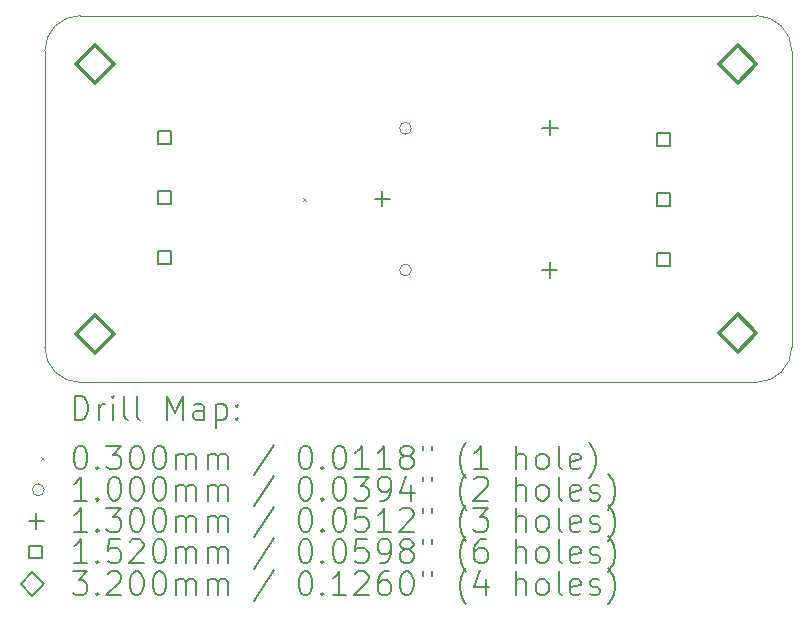
<source format=gbr>
%TF.GenerationSoftware,KiCad,Pcbnew,7.0.10*%
%TF.CreationDate,2025-11-30T12:43:47-05:00*%
%TF.ProjectId,Relay_Helo,52656c61-795f-4486-956c-6f2e6b696361,rev?*%
%TF.SameCoordinates,Original*%
%TF.FileFunction,Drillmap*%
%TF.FilePolarity,Positive*%
%FSLAX45Y45*%
G04 Gerber Fmt 4.5, Leading zero omitted, Abs format (unit mm)*
G04 Created by KiCad (PCBNEW 7.0.10) date 2025-11-30 12:43:47*
%MOMM*%
%LPD*%
G01*
G04 APERTURE LIST*
%ADD10C,0.100000*%
%ADD11C,0.200000*%
%ADD12C,0.130000*%
%ADD13C,0.152000*%
%ADD14C,0.320000*%
G04 APERTURE END LIST*
D10*
X17397000Y-9107000D02*
X11672000Y-9107000D01*
X17697000Y-6301000D02*
G75*
G03*
X17397000Y-6001000I-300000J0D01*
G01*
X17697000Y-6301000D02*
X17697000Y-8807000D01*
X11372000Y-8807000D02*
X11372000Y-6301000D01*
X11672000Y-6001000D02*
G75*
G03*
X11372000Y-6301000I0J-300000D01*
G01*
X17397000Y-9107000D02*
G75*
G03*
X17697000Y-8807000I0J300000D01*
G01*
X11372000Y-8807000D02*
G75*
G03*
X11672000Y-9107000I300000J0D01*
G01*
X11672000Y-6001000D02*
X17397000Y-6001000D01*
D11*
D10*
X13556000Y-7545000D02*
X13586000Y-7575000D01*
X13586000Y-7545000D02*
X13556000Y-7575000D01*
X14476000Y-6956000D02*
G75*
G03*
X14376000Y-6956000I-50000J0D01*
G01*
X14376000Y-6956000D02*
G75*
G03*
X14476000Y-6956000I50000J0D01*
G01*
X14476000Y-8156000D02*
G75*
G03*
X14376000Y-8156000I-50000J0D01*
G01*
X14376000Y-8156000D02*
G75*
G03*
X14476000Y-8156000I50000J0D01*
G01*
D12*
X14231000Y-7486000D02*
X14231000Y-7616000D01*
X14166000Y-7551000D02*
X14296000Y-7551000D01*
X15646000Y-8091000D02*
X15646000Y-8221000D01*
X15581000Y-8156000D02*
X15711000Y-8156000D01*
X15651000Y-6886000D02*
X15651000Y-7016000D01*
X15586000Y-6951000D02*
X15716000Y-6951000D01*
D13*
X12437741Y-7086741D02*
X12437741Y-6979259D01*
X12330259Y-6979259D01*
X12330259Y-7086741D01*
X12437741Y-7086741D01*
X12437741Y-7594741D02*
X12437741Y-7487259D01*
X12330259Y-7487259D01*
X12330259Y-7594741D01*
X12437741Y-7594741D01*
X12437741Y-8102741D02*
X12437741Y-7995259D01*
X12330259Y-7995259D01*
X12330259Y-8102741D01*
X12437741Y-8102741D01*
X16662741Y-7102741D02*
X16662741Y-6995259D01*
X16555259Y-6995259D01*
X16555259Y-7102741D01*
X16662741Y-7102741D01*
X16662741Y-7610741D02*
X16662741Y-7503259D01*
X16555259Y-7503259D01*
X16555259Y-7610741D01*
X16662741Y-7610741D01*
X16662741Y-8118741D02*
X16662741Y-8011259D01*
X16555259Y-8011259D01*
X16555259Y-8118741D01*
X16662741Y-8118741D01*
D14*
X11800000Y-6570000D02*
X11960000Y-6410000D01*
X11800000Y-6250000D01*
X11640000Y-6410000D01*
X11800000Y-6570000D01*
X11800000Y-8860000D02*
X11960000Y-8700000D01*
X11800000Y-8540000D01*
X11640000Y-8700000D01*
X11800000Y-8860000D01*
X17238000Y-6570000D02*
X17398000Y-6410000D01*
X17238000Y-6250000D01*
X17078000Y-6410000D01*
X17238000Y-6570000D01*
X17238000Y-8846000D02*
X17398000Y-8686000D01*
X17238000Y-8526000D01*
X17078000Y-8686000D01*
X17238000Y-8846000D01*
D11*
X11627777Y-9423484D02*
X11627777Y-9223484D01*
X11627777Y-9223484D02*
X11675396Y-9223484D01*
X11675396Y-9223484D02*
X11703967Y-9233008D01*
X11703967Y-9233008D02*
X11723015Y-9252055D01*
X11723015Y-9252055D02*
X11732539Y-9271103D01*
X11732539Y-9271103D02*
X11742062Y-9309198D01*
X11742062Y-9309198D02*
X11742062Y-9337770D01*
X11742062Y-9337770D02*
X11732539Y-9375865D01*
X11732539Y-9375865D02*
X11723015Y-9394912D01*
X11723015Y-9394912D02*
X11703967Y-9413960D01*
X11703967Y-9413960D02*
X11675396Y-9423484D01*
X11675396Y-9423484D02*
X11627777Y-9423484D01*
X11827777Y-9423484D02*
X11827777Y-9290150D01*
X11827777Y-9328246D02*
X11837301Y-9309198D01*
X11837301Y-9309198D02*
X11846824Y-9299674D01*
X11846824Y-9299674D02*
X11865872Y-9290150D01*
X11865872Y-9290150D02*
X11884920Y-9290150D01*
X11951586Y-9423484D02*
X11951586Y-9290150D01*
X11951586Y-9223484D02*
X11942062Y-9233008D01*
X11942062Y-9233008D02*
X11951586Y-9242531D01*
X11951586Y-9242531D02*
X11961110Y-9233008D01*
X11961110Y-9233008D02*
X11951586Y-9223484D01*
X11951586Y-9223484D02*
X11951586Y-9242531D01*
X12075396Y-9423484D02*
X12056348Y-9413960D01*
X12056348Y-9413960D02*
X12046824Y-9394912D01*
X12046824Y-9394912D02*
X12046824Y-9223484D01*
X12180158Y-9423484D02*
X12161110Y-9413960D01*
X12161110Y-9413960D02*
X12151586Y-9394912D01*
X12151586Y-9394912D02*
X12151586Y-9223484D01*
X12408729Y-9423484D02*
X12408729Y-9223484D01*
X12408729Y-9223484D02*
X12475396Y-9366341D01*
X12475396Y-9366341D02*
X12542062Y-9223484D01*
X12542062Y-9223484D02*
X12542062Y-9423484D01*
X12723015Y-9423484D02*
X12723015Y-9318722D01*
X12723015Y-9318722D02*
X12713491Y-9299674D01*
X12713491Y-9299674D02*
X12694443Y-9290150D01*
X12694443Y-9290150D02*
X12656348Y-9290150D01*
X12656348Y-9290150D02*
X12637301Y-9299674D01*
X12723015Y-9413960D02*
X12703967Y-9423484D01*
X12703967Y-9423484D02*
X12656348Y-9423484D01*
X12656348Y-9423484D02*
X12637301Y-9413960D01*
X12637301Y-9413960D02*
X12627777Y-9394912D01*
X12627777Y-9394912D02*
X12627777Y-9375865D01*
X12627777Y-9375865D02*
X12637301Y-9356817D01*
X12637301Y-9356817D02*
X12656348Y-9347293D01*
X12656348Y-9347293D02*
X12703967Y-9347293D01*
X12703967Y-9347293D02*
X12723015Y-9337770D01*
X12818253Y-9290150D02*
X12818253Y-9490150D01*
X12818253Y-9299674D02*
X12837301Y-9290150D01*
X12837301Y-9290150D02*
X12875396Y-9290150D01*
X12875396Y-9290150D02*
X12894443Y-9299674D01*
X12894443Y-9299674D02*
X12903967Y-9309198D01*
X12903967Y-9309198D02*
X12913491Y-9328246D01*
X12913491Y-9328246D02*
X12913491Y-9385389D01*
X12913491Y-9385389D02*
X12903967Y-9404436D01*
X12903967Y-9404436D02*
X12894443Y-9413960D01*
X12894443Y-9413960D02*
X12875396Y-9423484D01*
X12875396Y-9423484D02*
X12837301Y-9423484D01*
X12837301Y-9423484D02*
X12818253Y-9413960D01*
X12999205Y-9404436D02*
X13008729Y-9413960D01*
X13008729Y-9413960D02*
X12999205Y-9423484D01*
X12999205Y-9423484D02*
X12989682Y-9413960D01*
X12989682Y-9413960D02*
X12999205Y-9404436D01*
X12999205Y-9404436D02*
X12999205Y-9423484D01*
X12999205Y-9299674D02*
X13008729Y-9309198D01*
X13008729Y-9309198D02*
X12999205Y-9318722D01*
X12999205Y-9318722D02*
X12989682Y-9309198D01*
X12989682Y-9309198D02*
X12999205Y-9299674D01*
X12999205Y-9299674D02*
X12999205Y-9318722D01*
D10*
X11337000Y-9737000D02*
X11367000Y-9767000D01*
X11367000Y-9737000D02*
X11337000Y-9767000D01*
D11*
X11665872Y-9643484D02*
X11684920Y-9643484D01*
X11684920Y-9643484D02*
X11703967Y-9653008D01*
X11703967Y-9653008D02*
X11713491Y-9662531D01*
X11713491Y-9662531D02*
X11723015Y-9681579D01*
X11723015Y-9681579D02*
X11732539Y-9719674D01*
X11732539Y-9719674D02*
X11732539Y-9767293D01*
X11732539Y-9767293D02*
X11723015Y-9805389D01*
X11723015Y-9805389D02*
X11713491Y-9824436D01*
X11713491Y-9824436D02*
X11703967Y-9833960D01*
X11703967Y-9833960D02*
X11684920Y-9843484D01*
X11684920Y-9843484D02*
X11665872Y-9843484D01*
X11665872Y-9843484D02*
X11646824Y-9833960D01*
X11646824Y-9833960D02*
X11637301Y-9824436D01*
X11637301Y-9824436D02*
X11627777Y-9805389D01*
X11627777Y-9805389D02*
X11618253Y-9767293D01*
X11618253Y-9767293D02*
X11618253Y-9719674D01*
X11618253Y-9719674D02*
X11627777Y-9681579D01*
X11627777Y-9681579D02*
X11637301Y-9662531D01*
X11637301Y-9662531D02*
X11646824Y-9653008D01*
X11646824Y-9653008D02*
X11665872Y-9643484D01*
X11818253Y-9824436D02*
X11827777Y-9833960D01*
X11827777Y-9833960D02*
X11818253Y-9843484D01*
X11818253Y-9843484D02*
X11808729Y-9833960D01*
X11808729Y-9833960D02*
X11818253Y-9824436D01*
X11818253Y-9824436D02*
X11818253Y-9843484D01*
X11894443Y-9643484D02*
X12018253Y-9643484D01*
X12018253Y-9643484D02*
X11951586Y-9719674D01*
X11951586Y-9719674D02*
X11980158Y-9719674D01*
X11980158Y-9719674D02*
X11999205Y-9729198D01*
X11999205Y-9729198D02*
X12008729Y-9738722D01*
X12008729Y-9738722D02*
X12018253Y-9757770D01*
X12018253Y-9757770D02*
X12018253Y-9805389D01*
X12018253Y-9805389D02*
X12008729Y-9824436D01*
X12008729Y-9824436D02*
X11999205Y-9833960D01*
X11999205Y-9833960D02*
X11980158Y-9843484D01*
X11980158Y-9843484D02*
X11923015Y-9843484D01*
X11923015Y-9843484D02*
X11903967Y-9833960D01*
X11903967Y-9833960D02*
X11894443Y-9824436D01*
X12142062Y-9643484D02*
X12161110Y-9643484D01*
X12161110Y-9643484D02*
X12180158Y-9653008D01*
X12180158Y-9653008D02*
X12189682Y-9662531D01*
X12189682Y-9662531D02*
X12199205Y-9681579D01*
X12199205Y-9681579D02*
X12208729Y-9719674D01*
X12208729Y-9719674D02*
X12208729Y-9767293D01*
X12208729Y-9767293D02*
X12199205Y-9805389D01*
X12199205Y-9805389D02*
X12189682Y-9824436D01*
X12189682Y-9824436D02*
X12180158Y-9833960D01*
X12180158Y-9833960D02*
X12161110Y-9843484D01*
X12161110Y-9843484D02*
X12142062Y-9843484D01*
X12142062Y-9843484D02*
X12123015Y-9833960D01*
X12123015Y-9833960D02*
X12113491Y-9824436D01*
X12113491Y-9824436D02*
X12103967Y-9805389D01*
X12103967Y-9805389D02*
X12094443Y-9767293D01*
X12094443Y-9767293D02*
X12094443Y-9719674D01*
X12094443Y-9719674D02*
X12103967Y-9681579D01*
X12103967Y-9681579D02*
X12113491Y-9662531D01*
X12113491Y-9662531D02*
X12123015Y-9653008D01*
X12123015Y-9653008D02*
X12142062Y-9643484D01*
X12332539Y-9643484D02*
X12351586Y-9643484D01*
X12351586Y-9643484D02*
X12370634Y-9653008D01*
X12370634Y-9653008D02*
X12380158Y-9662531D01*
X12380158Y-9662531D02*
X12389682Y-9681579D01*
X12389682Y-9681579D02*
X12399205Y-9719674D01*
X12399205Y-9719674D02*
X12399205Y-9767293D01*
X12399205Y-9767293D02*
X12389682Y-9805389D01*
X12389682Y-9805389D02*
X12380158Y-9824436D01*
X12380158Y-9824436D02*
X12370634Y-9833960D01*
X12370634Y-9833960D02*
X12351586Y-9843484D01*
X12351586Y-9843484D02*
X12332539Y-9843484D01*
X12332539Y-9843484D02*
X12313491Y-9833960D01*
X12313491Y-9833960D02*
X12303967Y-9824436D01*
X12303967Y-9824436D02*
X12294443Y-9805389D01*
X12294443Y-9805389D02*
X12284920Y-9767293D01*
X12284920Y-9767293D02*
X12284920Y-9719674D01*
X12284920Y-9719674D02*
X12294443Y-9681579D01*
X12294443Y-9681579D02*
X12303967Y-9662531D01*
X12303967Y-9662531D02*
X12313491Y-9653008D01*
X12313491Y-9653008D02*
X12332539Y-9643484D01*
X12484920Y-9843484D02*
X12484920Y-9710150D01*
X12484920Y-9729198D02*
X12494443Y-9719674D01*
X12494443Y-9719674D02*
X12513491Y-9710150D01*
X12513491Y-9710150D02*
X12542063Y-9710150D01*
X12542063Y-9710150D02*
X12561110Y-9719674D01*
X12561110Y-9719674D02*
X12570634Y-9738722D01*
X12570634Y-9738722D02*
X12570634Y-9843484D01*
X12570634Y-9738722D02*
X12580158Y-9719674D01*
X12580158Y-9719674D02*
X12599205Y-9710150D01*
X12599205Y-9710150D02*
X12627777Y-9710150D01*
X12627777Y-9710150D02*
X12646824Y-9719674D01*
X12646824Y-9719674D02*
X12656348Y-9738722D01*
X12656348Y-9738722D02*
X12656348Y-9843484D01*
X12751586Y-9843484D02*
X12751586Y-9710150D01*
X12751586Y-9729198D02*
X12761110Y-9719674D01*
X12761110Y-9719674D02*
X12780158Y-9710150D01*
X12780158Y-9710150D02*
X12808729Y-9710150D01*
X12808729Y-9710150D02*
X12827777Y-9719674D01*
X12827777Y-9719674D02*
X12837301Y-9738722D01*
X12837301Y-9738722D02*
X12837301Y-9843484D01*
X12837301Y-9738722D02*
X12846824Y-9719674D01*
X12846824Y-9719674D02*
X12865872Y-9710150D01*
X12865872Y-9710150D02*
X12894443Y-9710150D01*
X12894443Y-9710150D02*
X12913491Y-9719674D01*
X12913491Y-9719674D02*
X12923015Y-9738722D01*
X12923015Y-9738722D02*
X12923015Y-9843484D01*
X13313491Y-9633960D02*
X13142063Y-9891103D01*
X13570634Y-9643484D02*
X13589682Y-9643484D01*
X13589682Y-9643484D02*
X13608729Y-9653008D01*
X13608729Y-9653008D02*
X13618253Y-9662531D01*
X13618253Y-9662531D02*
X13627777Y-9681579D01*
X13627777Y-9681579D02*
X13637301Y-9719674D01*
X13637301Y-9719674D02*
X13637301Y-9767293D01*
X13637301Y-9767293D02*
X13627777Y-9805389D01*
X13627777Y-9805389D02*
X13618253Y-9824436D01*
X13618253Y-9824436D02*
X13608729Y-9833960D01*
X13608729Y-9833960D02*
X13589682Y-9843484D01*
X13589682Y-9843484D02*
X13570634Y-9843484D01*
X13570634Y-9843484D02*
X13551586Y-9833960D01*
X13551586Y-9833960D02*
X13542063Y-9824436D01*
X13542063Y-9824436D02*
X13532539Y-9805389D01*
X13532539Y-9805389D02*
X13523015Y-9767293D01*
X13523015Y-9767293D02*
X13523015Y-9719674D01*
X13523015Y-9719674D02*
X13532539Y-9681579D01*
X13532539Y-9681579D02*
X13542063Y-9662531D01*
X13542063Y-9662531D02*
X13551586Y-9653008D01*
X13551586Y-9653008D02*
X13570634Y-9643484D01*
X13723015Y-9824436D02*
X13732539Y-9833960D01*
X13732539Y-9833960D02*
X13723015Y-9843484D01*
X13723015Y-9843484D02*
X13713491Y-9833960D01*
X13713491Y-9833960D02*
X13723015Y-9824436D01*
X13723015Y-9824436D02*
X13723015Y-9843484D01*
X13856348Y-9643484D02*
X13875396Y-9643484D01*
X13875396Y-9643484D02*
X13894444Y-9653008D01*
X13894444Y-9653008D02*
X13903967Y-9662531D01*
X13903967Y-9662531D02*
X13913491Y-9681579D01*
X13913491Y-9681579D02*
X13923015Y-9719674D01*
X13923015Y-9719674D02*
X13923015Y-9767293D01*
X13923015Y-9767293D02*
X13913491Y-9805389D01*
X13913491Y-9805389D02*
X13903967Y-9824436D01*
X13903967Y-9824436D02*
X13894444Y-9833960D01*
X13894444Y-9833960D02*
X13875396Y-9843484D01*
X13875396Y-9843484D02*
X13856348Y-9843484D01*
X13856348Y-9843484D02*
X13837301Y-9833960D01*
X13837301Y-9833960D02*
X13827777Y-9824436D01*
X13827777Y-9824436D02*
X13818253Y-9805389D01*
X13818253Y-9805389D02*
X13808729Y-9767293D01*
X13808729Y-9767293D02*
X13808729Y-9719674D01*
X13808729Y-9719674D02*
X13818253Y-9681579D01*
X13818253Y-9681579D02*
X13827777Y-9662531D01*
X13827777Y-9662531D02*
X13837301Y-9653008D01*
X13837301Y-9653008D02*
X13856348Y-9643484D01*
X14113491Y-9843484D02*
X13999206Y-9843484D01*
X14056348Y-9843484D02*
X14056348Y-9643484D01*
X14056348Y-9643484D02*
X14037301Y-9672055D01*
X14037301Y-9672055D02*
X14018253Y-9691103D01*
X14018253Y-9691103D02*
X13999206Y-9700627D01*
X14303967Y-9843484D02*
X14189682Y-9843484D01*
X14246825Y-9843484D02*
X14246825Y-9643484D01*
X14246825Y-9643484D02*
X14227777Y-9672055D01*
X14227777Y-9672055D02*
X14208729Y-9691103D01*
X14208729Y-9691103D02*
X14189682Y-9700627D01*
X14418253Y-9729198D02*
X14399206Y-9719674D01*
X14399206Y-9719674D02*
X14389682Y-9710150D01*
X14389682Y-9710150D02*
X14380158Y-9691103D01*
X14380158Y-9691103D02*
X14380158Y-9681579D01*
X14380158Y-9681579D02*
X14389682Y-9662531D01*
X14389682Y-9662531D02*
X14399206Y-9653008D01*
X14399206Y-9653008D02*
X14418253Y-9643484D01*
X14418253Y-9643484D02*
X14456348Y-9643484D01*
X14456348Y-9643484D02*
X14475396Y-9653008D01*
X14475396Y-9653008D02*
X14484920Y-9662531D01*
X14484920Y-9662531D02*
X14494444Y-9681579D01*
X14494444Y-9681579D02*
X14494444Y-9691103D01*
X14494444Y-9691103D02*
X14484920Y-9710150D01*
X14484920Y-9710150D02*
X14475396Y-9719674D01*
X14475396Y-9719674D02*
X14456348Y-9729198D01*
X14456348Y-9729198D02*
X14418253Y-9729198D01*
X14418253Y-9729198D02*
X14399206Y-9738722D01*
X14399206Y-9738722D02*
X14389682Y-9748246D01*
X14389682Y-9748246D02*
X14380158Y-9767293D01*
X14380158Y-9767293D02*
X14380158Y-9805389D01*
X14380158Y-9805389D02*
X14389682Y-9824436D01*
X14389682Y-9824436D02*
X14399206Y-9833960D01*
X14399206Y-9833960D02*
X14418253Y-9843484D01*
X14418253Y-9843484D02*
X14456348Y-9843484D01*
X14456348Y-9843484D02*
X14475396Y-9833960D01*
X14475396Y-9833960D02*
X14484920Y-9824436D01*
X14484920Y-9824436D02*
X14494444Y-9805389D01*
X14494444Y-9805389D02*
X14494444Y-9767293D01*
X14494444Y-9767293D02*
X14484920Y-9748246D01*
X14484920Y-9748246D02*
X14475396Y-9738722D01*
X14475396Y-9738722D02*
X14456348Y-9729198D01*
X14570634Y-9643484D02*
X14570634Y-9681579D01*
X14646825Y-9643484D02*
X14646825Y-9681579D01*
X14942063Y-9919674D02*
X14932539Y-9910150D01*
X14932539Y-9910150D02*
X14913491Y-9881579D01*
X14913491Y-9881579D02*
X14903968Y-9862531D01*
X14903968Y-9862531D02*
X14894444Y-9833960D01*
X14894444Y-9833960D02*
X14884920Y-9786341D01*
X14884920Y-9786341D02*
X14884920Y-9748246D01*
X14884920Y-9748246D02*
X14894444Y-9700627D01*
X14894444Y-9700627D02*
X14903968Y-9672055D01*
X14903968Y-9672055D02*
X14913491Y-9653008D01*
X14913491Y-9653008D02*
X14932539Y-9624436D01*
X14932539Y-9624436D02*
X14942063Y-9614912D01*
X15123015Y-9843484D02*
X15008729Y-9843484D01*
X15065872Y-9843484D02*
X15065872Y-9643484D01*
X15065872Y-9643484D02*
X15046825Y-9672055D01*
X15046825Y-9672055D02*
X15027777Y-9691103D01*
X15027777Y-9691103D02*
X15008729Y-9700627D01*
X15361110Y-9843484D02*
X15361110Y-9643484D01*
X15446825Y-9843484D02*
X15446825Y-9738722D01*
X15446825Y-9738722D02*
X15437301Y-9719674D01*
X15437301Y-9719674D02*
X15418253Y-9710150D01*
X15418253Y-9710150D02*
X15389682Y-9710150D01*
X15389682Y-9710150D02*
X15370634Y-9719674D01*
X15370634Y-9719674D02*
X15361110Y-9729198D01*
X15570634Y-9843484D02*
X15551587Y-9833960D01*
X15551587Y-9833960D02*
X15542063Y-9824436D01*
X15542063Y-9824436D02*
X15532539Y-9805389D01*
X15532539Y-9805389D02*
X15532539Y-9748246D01*
X15532539Y-9748246D02*
X15542063Y-9729198D01*
X15542063Y-9729198D02*
X15551587Y-9719674D01*
X15551587Y-9719674D02*
X15570634Y-9710150D01*
X15570634Y-9710150D02*
X15599206Y-9710150D01*
X15599206Y-9710150D02*
X15618253Y-9719674D01*
X15618253Y-9719674D02*
X15627777Y-9729198D01*
X15627777Y-9729198D02*
X15637301Y-9748246D01*
X15637301Y-9748246D02*
X15637301Y-9805389D01*
X15637301Y-9805389D02*
X15627777Y-9824436D01*
X15627777Y-9824436D02*
X15618253Y-9833960D01*
X15618253Y-9833960D02*
X15599206Y-9843484D01*
X15599206Y-9843484D02*
X15570634Y-9843484D01*
X15751587Y-9843484D02*
X15732539Y-9833960D01*
X15732539Y-9833960D02*
X15723015Y-9814912D01*
X15723015Y-9814912D02*
X15723015Y-9643484D01*
X15903968Y-9833960D02*
X15884920Y-9843484D01*
X15884920Y-9843484D02*
X15846825Y-9843484D01*
X15846825Y-9843484D02*
X15827777Y-9833960D01*
X15827777Y-9833960D02*
X15818253Y-9814912D01*
X15818253Y-9814912D02*
X15818253Y-9738722D01*
X15818253Y-9738722D02*
X15827777Y-9719674D01*
X15827777Y-9719674D02*
X15846825Y-9710150D01*
X15846825Y-9710150D02*
X15884920Y-9710150D01*
X15884920Y-9710150D02*
X15903968Y-9719674D01*
X15903968Y-9719674D02*
X15913491Y-9738722D01*
X15913491Y-9738722D02*
X15913491Y-9757770D01*
X15913491Y-9757770D02*
X15818253Y-9776817D01*
X15980158Y-9919674D02*
X15989682Y-9910150D01*
X15989682Y-9910150D02*
X16008730Y-9881579D01*
X16008730Y-9881579D02*
X16018253Y-9862531D01*
X16018253Y-9862531D02*
X16027777Y-9833960D01*
X16027777Y-9833960D02*
X16037301Y-9786341D01*
X16037301Y-9786341D02*
X16037301Y-9748246D01*
X16037301Y-9748246D02*
X16027777Y-9700627D01*
X16027777Y-9700627D02*
X16018253Y-9672055D01*
X16018253Y-9672055D02*
X16008730Y-9653008D01*
X16008730Y-9653008D02*
X15989682Y-9624436D01*
X15989682Y-9624436D02*
X15980158Y-9614912D01*
D10*
X11367000Y-10016000D02*
G75*
G03*
X11267000Y-10016000I-50000J0D01*
G01*
X11267000Y-10016000D02*
G75*
G03*
X11367000Y-10016000I50000J0D01*
G01*
D11*
X11732539Y-10107484D02*
X11618253Y-10107484D01*
X11675396Y-10107484D02*
X11675396Y-9907484D01*
X11675396Y-9907484D02*
X11656348Y-9936055D01*
X11656348Y-9936055D02*
X11637301Y-9955103D01*
X11637301Y-9955103D02*
X11618253Y-9964627D01*
X11818253Y-10088436D02*
X11827777Y-10097960D01*
X11827777Y-10097960D02*
X11818253Y-10107484D01*
X11818253Y-10107484D02*
X11808729Y-10097960D01*
X11808729Y-10097960D02*
X11818253Y-10088436D01*
X11818253Y-10088436D02*
X11818253Y-10107484D01*
X11951586Y-9907484D02*
X11970634Y-9907484D01*
X11970634Y-9907484D02*
X11989682Y-9917008D01*
X11989682Y-9917008D02*
X11999205Y-9926531D01*
X11999205Y-9926531D02*
X12008729Y-9945579D01*
X12008729Y-9945579D02*
X12018253Y-9983674D01*
X12018253Y-9983674D02*
X12018253Y-10031293D01*
X12018253Y-10031293D02*
X12008729Y-10069389D01*
X12008729Y-10069389D02*
X11999205Y-10088436D01*
X11999205Y-10088436D02*
X11989682Y-10097960D01*
X11989682Y-10097960D02*
X11970634Y-10107484D01*
X11970634Y-10107484D02*
X11951586Y-10107484D01*
X11951586Y-10107484D02*
X11932539Y-10097960D01*
X11932539Y-10097960D02*
X11923015Y-10088436D01*
X11923015Y-10088436D02*
X11913491Y-10069389D01*
X11913491Y-10069389D02*
X11903967Y-10031293D01*
X11903967Y-10031293D02*
X11903967Y-9983674D01*
X11903967Y-9983674D02*
X11913491Y-9945579D01*
X11913491Y-9945579D02*
X11923015Y-9926531D01*
X11923015Y-9926531D02*
X11932539Y-9917008D01*
X11932539Y-9917008D02*
X11951586Y-9907484D01*
X12142062Y-9907484D02*
X12161110Y-9907484D01*
X12161110Y-9907484D02*
X12180158Y-9917008D01*
X12180158Y-9917008D02*
X12189682Y-9926531D01*
X12189682Y-9926531D02*
X12199205Y-9945579D01*
X12199205Y-9945579D02*
X12208729Y-9983674D01*
X12208729Y-9983674D02*
X12208729Y-10031293D01*
X12208729Y-10031293D02*
X12199205Y-10069389D01*
X12199205Y-10069389D02*
X12189682Y-10088436D01*
X12189682Y-10088436D02*
X12180158Y-10097960D01*
X12180158Y-10097960D02*
X12161110Y-10107484D01*
X12161110Y-10107484D02*
X12142062Y-10107484D01*
X12142062Y-10107484D02*
X12123015Y-10097960D01*
X12123015Y-10097960D02*
X12113491Y-10088436D01*
X12113491Y-10088436D02*
X12103967Y-10069389D01*
X12103967Y-10069389D02*
X12094443Y-10031293D01*
X12094443Y-10031293D02*
X12094443Y-9983674D01*
X12094443Y-9983674D02*
X12103967Y-9945579D01*
X12103967Y-9945579D02*
X12113491Y-9926531D01*
X12113491Y-9926531D02*
X12123015Y-9917008D01*
X12123015Y-9917008D02*
X12142062Y-9907484D01*
X12332539Y-9907484D02*
X12351586Y-9907484D01*
X12351586Y-9907484D02*
X12370634Y-9917008D01*
X12370634Y-9917008D02*
X12380158Y-9926531D01*
X12380158Y-9926531D02*
X12389682Y-9945579D01*
X12389682Y-9945579D02*
X12399205Y-9983674D01*
X12399205Y-9983674D02*
X12399205Y-10031293D01*
X12399205Y-10031293D02*
X12389682Y-10069389D01*
X12389682Y-10069389D02*
X12380158Y-10088436D01*
X12380158Y-10088436D02*
X12370634Y-10097960D01*
X12370634Y-10097960D02*
X12351586Y-10107484D01*
X12351586Y-10107484D02*
X12332539Y-10107484D01*
X12332539Y-10107484D02*
X12313491Y-10097960D01*
X12313491Y-10097960D02*
X12303967Y-10088436D01*
X12303967Y-10088436D02*
X12294443Y-10069389D01*
X12294443Y-10069389D02*
X12284920Y-10031293D01*
X12284920Y-10031293D02*
X12284920Y-9983674D01*
X12284920Y-9983674D02*
X12294443Y-9945579D01*
X12294443Y-9945579D02*
X12303967Y-9926531D01*
X12303967Y-9926531D02*
X12313491Y-9917008D01*
X12313491Y-9917008D02*
X12332539Y-9907484D01*
X12484920Y-10107484D02*
X12484920Y-9974150D01*
X12484920Y-9993198D02*
X12494443Y-9983674D01*
X12494443Y-9983674D02*
X12513491Y-9974150D01*
X12513491Y-9974150D02*
X12542063Y-9974150D01*
X12542063Y-9974150D02*
X12561110Y-9983674D01*
X12561110Y-9983674D02*
X12570634Y-10002722D01*
X12570634Y-10002722D02*
X12570634Y-10107484D01*
X12570634Y-10002722D02*
X12580158Y-9983674D01*
X12580158Y-9983674D02*
X12599205Y-9974150D01*
X12599205Y-9974150D02*
X12627777Y-9974150D01*
X12627777Y-9974150D02*
X12646824Y-9983674D01*
X12646824Y-9983674D02*
X12656348Y-10002722D01*
X12656348Y-10002722D02*
X12656348Y-10107484D01*
X12751586Y-10107484D02*
X12751586Y-9974150D01*
X12751586Y-9993198D02*
X12761110Y-9983674D01*
X12761110Y-9983674D02*
X12780158Y-9974150D01*
X12780158Y-9974150D02*
X12808729Y-9974150D01*
X12808729Y-9974150D02*
X12827777Y-9983674D01*
X12827777Y-9983674D02*
X12837301Y-10002722D01*
X12837301Y-10002722D02*
X12837301Y-10107484D01*
X12837301Y-10002722D02*
X12846824Y-9983674D01*
X12846824Y-9983674D02*
X12865872Y-9974150D01*
X12865872Y-9974150D02*
X12894443Y-9974150D01*
X12894443Y-9974150D02*
X12913491Y-9983674D01*
X12913491Y-9983674D02*
X12923015Y-10002722D01*
X12923015Y-10002722D02*
X12923015Y-10107484D01*
X13313491Y-9897960D02*
X13142063Y-10155103D01*
X13570634Y-9907484D02*
X13589682Y-9907484D01*
X13589682Y-9907484D02*
X13608729Y-9917008D01*
X13608729Y-9917008D02*
X13618253Y-9926531D01*
X13618253Y-9926531D02*
X13627777Y-9945579D01*
X13627777Y-9945579D02*
X13637301Y-9983674D01*
X13637301Y-9983674D02*
X13637301Y-10031293D01*
X13637301Y-10031293D02*
X13627777Y-10069389D01*
X13627777Y-10069389D02*
X13618253Y-10088436D01*
X13618253Y-10088436D02*
X13608729Y-10097960D01*
X13608729Y-10097960D02*
X13589682Y-10107484D01*
X13589682Y-10107484D02*
X13570634Y-10107484D01*
X13570634Y-10107484D02*
X13551586Y-10097960D01*
X13551586Y-10097960D02*
X13542063Y-10088436D01*
X13542063Y-10088436D02*
X13532539Y-10069389D01*
X13532539Y-10069389D02*
X13523015Y-10031293D01*
X13523015Y-10031293D02*
X13523015Y-9983674D01*
X13523015Y-9983674D02*
X13532539Y-9945579D01*
X13532539Y-9945579D02*
X13542063Y-9926531D01*
X13542063Y-9926531D02*
X13551586Y-9917008D01*
X13551586Y-9917008D02*
X13570634Y-9907484D01*
X13723015Y-10088436D02*
X13732539Y-10097960D01*
X13732539Y-10097960D02*
X13723015Y-10107484D01*
X13723015Y-10107484D02*
X13713491Y-10097960D01*
X13713491Y-10097960D02*
X13723015Y-10088436D01*
X13723015Y-10088436D02*
X13723015Y-10107484D01*
X13856348Y-9907484D02*
X13875396Y-9907484D01*
X13875396Y-9907484D02*
X13894444Y-9917008D01*
X13894444Y-9917008D02*
X13903967Y-9926531D01*
X13903967Y-9926531D02*
X13913491Y-9945579D01*
X13913491Y-9945579D02*
X13923015Y-9983674D01*
X13923015Y-9983674D02*
X13923015Y-10031293D01*
X13923015Y-10031293D02*
X13913491Y-10069389D01*
X13913491Y-10069389D02*
X13903967Y-10088436D01*
X13903967Y-10088436D02*
X13894444Y-10097960D01*
X13894444Y-10097960D02*
X13875396Y-10107484D01*
X13875396Y-10107484D02*
X13856348Y-10107484D01*
X13856348Y-10107484D02*
X13837301Y-10097960D01*
X13837301Y-10097960D02*
X13827777Y-10088436D01*
X13827777Y-10088436D02*
X13818253Y-10069389D01*
X13818253Y-10069389D02*
X13808729Y-10031293D01*
X13808729Y-10031293D02*
X13808729Y-9983674D01*
X13808729Y-9983674D02*
X13818253Y-9945579D01*
X13818253Y-9945579D02*
X13827777Y-9926531D01*
X13827777Y-9926531D02*
X13837301Y-9917008D01*
X13837301Y-9917008D02*
X13856348Y-9907484D01*
X13989682Y-9907484D02*
X14113491Y-9907484D01*
X14113491Y-9907484D02*
X14046825Y-9983674D01*
X14046825Y-9983674D02*
X14075396Y-9983674D01*
X14075396Y-9983674D02*
X14094444Y-9993198D01*
X14094444Y-9993198D02*
X14103967Y-10002722D01*
X14103967Y-10002722D02*
X14113491Y-10021770D01*
X14113491Y-10021770D02*
X14113491Y-10069389D01*
X14113491Y-10069389D02*
X14103967Y-10088436D01*
X14103967Y-10088436D02*
X14094444Y-10097960D01*
X14094444Y-10097960D02*
X14075396Y-10107484D01*
X14075396Y-10107484D02*
X14018253Y-10107484D01*
X14018253Y-10107484D02*
X13999206Y-10097960D01*
X13999206Y-10097960D02*
X13989682Y-10088436D01*
X14208729Y-10107484D02*
X14246825Y-10107484D01*
X14246825Y-10107484D02*
X14265872Y-10097960D01*
X14265872Y-10097960D02*
X14275396Y-10088436D01*
X14275396Y-10088436D02*
X14294444Y-10059865D01*
X14294444Y-10059865D02*
X14303967Y-10021770D01*
X14303967Y-10021770D02*
X14303967Y-9945579D01*
X14303967Y-9945579D02*
X14294444Y-9926531D01*
X14294444Y-9926531D02*
X14284920Y-9917008D01*
X14284920Y-9917008D02*
X14265872Y-9907484D01*
X14265872Y-9907484D02*
X14227777Y-9907484D01*
X14227777Y-9907484D02*
X14208729Y-9917008D01*
X14208729Y-9917008D02*
X14199206Y-9926531D01*
X14199206Y-9926531D02*
X14189682Y-9945579D01*
X14189682Y-9945579D02*
X14189682Y-9993198D01*
X14189682Y-9993198D02*
X14199206Y-10012246D01*
X14199206Y-10012246D02*
X14208729Y-10021770D01*
X14208729Y-10021770D02*
X14227777Y-10031293D01*
X14227777Y-10031293D02*
X14265872Y-10031293D01*
X14265872Y-10031293D02*
X14284920Y-10021770D01*
X14284920Y-10021770D02*
X14294444Y-10012246D01*
X14294444Y-10012246D02*
X14303967Y-9993198D01*
X14475396Y-9974150D02*
X14475396Y-10107484D01*
X14427777Y-9897960D02*
X14380158Y-10040817D01*
X14380158Y-10040817D02*
X14503967Y-10040817D01*
X14570634Y-9907484D02*
X14570634Y-9945579D01*
X14646825Y-9907484D02*
X14646825Y-9945579D01*
X14942063Y-10183674D02*
X14932539Y-10174150D01*
X14932539Y-10174150D02*
X14913491Y-10145579D01*
X14913491Y-10145579D02*
X14903968Y-10126531D01*
X14903968Y-10126531D02*
X14894444Y-10097960D01*
X14894444Y-10097960D02*
X14884920Y-10050341D01*
X14884920Y-10050341D02*
X14884920Y-10012246D01*
X14884920Y-10012246D02*
X14894444Y-9964627D01*
X14894444Y-9964627D02*
X14903968Y-9936055D01*
X14903968Y-9936055D02*
X14913491Y-9917008D01*
X14913491Y-9917008D02*
X14932539Y-9888436D01*
X14932539Y-9888436D02*
X14942063Y-9878912D01*
X15008729Y-9926531D02*
X15018253Y-9917008D01*
X15018253Y-9917008D02*
X15037301Y-9907484D01*
X15037301Y-9907484D02*
X15084920Y-9907484D01*
X15084920Y-9907484D02*
X15103968Y-9917008D01*
X15103968Y-9917008D02*
X15113491Y-9926531D01*
X15113491Y-9926531D02*
X15123015Y-9945579D01*
X15123015Y-9945579D02*
X15123015Y-9964627D01*
X15123015Y-9964627D02*
X15113491Y-9993198D01*
X15113491Y-9993198D02*
X14999206Y-10107484D01*
X14999206Y-10107484D02*
X15123015Y-10107484D01*
X15361110Y-10107484D02*
X15361110Y-9907484D01*
X15446825Y-10107484D02*
X15446825Y-10002722D01*
X15446825Y-10002722D02*
X15437301Y-9983674D01*
X15437301Y-9983674D02*
X15418253Y-9974150D01*
X15418253Y-9974150D02*
X15389682Y-9974150D01*
X15389682Y-9974150D02*
X15370634Y-9983674D01*
X15370634Y-9983674D02*
X15361110Y-9993198D01*
X15570634Y-10107484D02*
X15551587Y-10097960D01*
X15551587Y-10097960D02*
X15542063Y-10088436D01*
X15542063Y-10088436D02*
X15532539Y-10069389D01*
X15532539Y-10069389D02*
X15532539Y-10012246D01*
X15532539Y-10012246D02*
X15542063Y-9993198D01*
X15542063Y-9993198D02*
X15551587Y-9983674D01*
X15551587Y-9983674D02*
X15570634Y-9974150D01*
X15570634Y-9974150D02*
X15599206Y-9974150D01*
X15599206Y-9974150D02*
X15618253Y-9983674D01*
X15618253Y-9983674D02*
X15627777Y-9993198D01*
X15627777Y-9993198D02*
X15637301Y-10012246D01*
X15637301Y-10012246D02*
X15637301Y-10069389D01*
X15637301Y-10069389D02*
X15627777Y-10088436D01*
X15627777Y-10088436D02*
X15618253Y-10097960D01*
X15618253Y-10097960D02*
X15599206Y-10107484D01*
X15599206Y-10107484D02*
X15570634Y-10107484D01*
X15751587Y-10107484D02*
X15732539Y-10097960D01*
X15732539Y-10097960D02*
X15723015Y-10078912D01*
X15723015Y-10078912D02*
X15723015Y-9907484D01*
X15903968Y-10097960D02*
X15884920Y-10107484D01*
X15884920Y-10107484D02*
X15846825Y-10107484D01*
X15846825Y-10107484D02*
X15827777Y-10097960D01*
X15827777Y-10097960D02*
X15818253Y-10078912D01*
X15818253Y-10078912D02*
X15818253Y-10002722D01*
X15818253Y-10002722D02*
X15827777Y-9983674D01*
X15827777Y-9983674D02*
X15846825Y-9974150D01*
X15846825Y-9974150D02*
X15884920Y-9974150D01*
X15884920Y-9974150D02*
X15903968Y-9983674D01*
X15903968Y-9983674D02*
X15913491Y-10002722D01*
X15913491Y-10002722D02*
X15913491Y-10021770D01*
X15913491Y-10021770D02*
X15818253Y-10040817D01*
X15989682Y-10097960D02*
X16008730Y-10107484D01*
X16008730Y-10107484D02*
X16046825Y-10107484D01*
X16046825Y-10107484D02*
X16065872Y-10097960D01*
X16065872Y-10097960D02*
X16075396Y-10078912D01*
X16075396Y-10078912D02*
X16075396Y-10069389D01*
X16075396Y-10069389D02*
X16065872Y-10050341D01*
X16065872Y-10050341D02*
X16046825Y-10040817D01*
X16046825Y-10040817D02*
X16018253Y-10040817D01*
X16018253Y-10040817D02*
X15999206Y-10031293D01*
X15999206Y-10031293D02*
X15989682Y-10012246D01*
X15989682Y-10012246D02*
X15989682Y-10002722D01*
X15989682Y-10002722D02*
X15999206Y-9983674D01*
X15999206Y-9983674D02*
X16018253Y-9974150D01*
X16018253Y-9974150D02*
X16046825Y-9974150D01*
X16046825Y-9974150D02*
X16065872Y-9983674D01*
X16142063Y-10183674D02*
X16151587Y-10174150D01*
X16151587Y-10174150D02*
X16170634Y-10145579D01*
X16170634Y-10145579D02*
X16180158Y-10126531D01*
X16180158Y-10126531D02*
X16189682Y-10097960D01*
X16189682Y-10097960D02*
X16199206Y-10050341D01*
X16199206Y-10050341D02*
X16199206Y-10012246D01*
X16199206Y-10012246D02*
X16189682Y-9964627D01*
X16189682Y-9964627D02*
X16180158Y-9936055D01*
X16180158Y-9936055D02*
X16170634Y-9917008D01*
X16170634Y-9917008D02*
X16151587Y-9888436D01*
X16151587Y-9888436D02*
X16142063Y-9878912D01*
D12*
X11302000Y-10215000D02*
X11302000Y-10345000D01*
X11237000Y-10280000D02*
X11367000Y-10280000D01*
D11*
X11732539Y-10371484D02*
X11618253Y-10371484D01*
X11675396Y-10371484D02*
X11675396Y-10171484D01*
X11675396Y-10171484D02*
X11656348Y-10200055D01*
X11656348Y-10200055D02*
X11637301Y-10219103D01*
X11637301Y-10219103D02*
X11618253Y-10228627D01*
X11818253Y-10352436D02*
X11827777Y-10361960D01*
X11827777Y-10361960D02*
X11818253Y-10371484D01*
X11818253Y-10371484D02*
X11808729Y-10361960D01*
X11808729Y-10361960D02*
X11818253Y-10352436D01*
X11818253Y-10352436D02*
X11818253Y-10371484D01*
X11894443Y-10171484D02*
X12018253Y-10171484D01*
X12018253Y-10171484D02*
X11951586Y-10247674D01*
X11951586Y-10247674D02*
X11980158Y-10247674D01*
X11980158Y-10247674D02*
X11999205Y-10257198D01*
X11999205Y-10257198D02*
X12008729Y-10266722D01*
X12008729Y-10266722D02*
X12018253Y-10285770D01*
X12018253Y-10285770D02*
X12018253Y-10333389D01*
X12018253Y-10333389D02*
X12008729Y-10352436D01*
X12008729Y-10352436D02*
X11999205Y-10361960D01*
X11999205Y-10361960D02*
X11980158Y-10371484D01*
X11980158Y-10371484D02*
X11923015Y-10371484D01*
X11923015Y-10371484D02*
X11903967Y-10361960D01*
X11903967Y-10361960D02*
X11894443Y-10352436D01*
X12142062Y-10171484D02*
X12161110Y-10171484D01*
X12161110Y-10171484D02*
X12180158Y-10181008D01*
X12180158Y-10181008D02*
X12189682Y-10190531D01*
X12189682Y-10190531D02*
X12199205Y-10209579D01*
X12199205Y-10209579D02*
X12208729Y-10247674D01*
X12208729Y-10247674D02*
X12208729Y-10295293D01*
X12208729Y-10295293D02*
X12199205Y-10333389D01*
X12199205Y-10333389D02*
X12189682Y-10352436D01*
X12189682Y-10352436D02*
X12180158Y-10361960D01*
X12180158Y-10361960D02*
X12161110Y-10371484D01*
X12161110Y-10371484D02*
X12142062Y-10371484D01*
X12142062Y-10371484D02*
X12123015Y-10361960D01*
X12123015Y-10361960D02*
X12113491Y-10352436D01*
X12113491Y-10352436D02*
X12103967Y-10333389D01*
X12103967Y-10333389D02*
X12094443Y-10295293D01*
X12094443Y-10295293D02*
X12094443Y-10247674D01*
X12094443Y-10247674D02*
X12103967Y-10209579D01*
X12103967Y-10209579D02*
X12113491Y-10190531D01*
X12113491Y-10190531D02*
X12123015Y-10181008D01*
X12123015Y-10181008D02*
X12142062Y-10171484D01*
X12332539Y-10171484D02*
X12351586Y-10171484D01*
X12351586Y-10171484D02*
X12370634Y-10181008D01*
X12370634Y-10181008D02*
X12380158Y-10190531D01*
X12380158Y-10190531D02*
X12389682Y-10209579D01*
X12389682Y-10209579D02*
X12399205Y-10247674D01*
X12399205Y-10247674D02*
X12399205Y-10295293D01*
X12399205Y-10295293D02*
X12389682Y-10333389D01*
X12389682Y-10333389D02*
X12380158Y-10352436D01*
X12380158Y-10352436D02*
X12370634Y-10361960D01*
X12370634Y-10361960D02*
X12351586Y-10371484D01*
X12351586Y-10371484D02*
X12332539Y-10371484D01*
X12332539Y-10371484D02*
X12313491Y-10361960D01*
X12313491Y-10361960D02*
X12303967Y-10352436D01*
X12303967Y-10352436D02*
X12294443Y-10333389D01*
X12294443Y-10333389D02*
X12284920Y-10295293D01*
X12284920Y-10295293D02*
X12284920Y-10247674D01*
X12284920Y-10247674D02*
X12294443Y-10209579D01*
X12294443Y-10209579D02*
X12303967Y-10190531D01*
X12303967Y-10190531D02*
X12313491Y-10181008D01*
X12313491Y-10181008D02*
X12332539Y-10171484D01*
X12484920Y-10371484D02*
X12484920Y-10238150D01*
X12484920Y-10257198D02*
X12494443Y-10247674D01*
X12494443Y-10247674D02*
X12513491Y-10238150D01*
X12513491Y-10238150D02*
X12542063Y-10238150D01*
X12542063Y-10238150D02*
X12561110Y-10247674D01*
X12561110Y-10247674D02*
X12570634Y-10266722D01*
X12570634Y-10266722D02*
X12570634Y-10371484D01*
X12570634Y-10266722D02*
X12580158Y-10247674D01*
X12580158Y-10247674D02*
X12599205Y-10238150D01*
X12599205Y-10238150D02*
X12627777Y-10238150D01*
X12627777Y-10238150D02*
X12646824Y-10247674D01*
X12646824Y-10247674D02*
X12656348Y-10266722D01*
X12656348Y-10266722D02*
X12656348Y-10371484D01*
X12751586Y-10371484D02*
X12751586Y-10238150D01*
X12751586Y-10257198D02*
X12761110Y-10247674D01*
X12761110Y-10247674D02*
X12780158Y-10238150D01*
X12780158Y-10238150D02*
X12808729Y-10238150D01*
X12808729Y-10238150D02*
X12827777Y-10247674D01*
X12827777Y-10247674D02*
X12837301Y-10266722D01*
X12837301Y-10266722D02*
X12837301Y-10371484D01*
X12837301Y-10266722D02*
X12846824Y-10247674D01*
X12846824Y-10247674D02*
X12865872Y-10238150D01*
X12865872Y-10238150D02*
X12894443Y-10238150D01*
X12894443Y-10238150D02*
X12913491Y-10247674D01*
X12913491Y-10247674D02*
X12923015Y-10266722D01*
X12923015Y-10266722D02*
X12923015Y-10371484D01*
X13313491Y-10161960D02*
X13142063Y-10419103D01*
X13570634Y-10171484D02*
X13589682Y-10171484D01*
X13589682Y-10171484D02*
X13608729Y-10181008D01*
X13608729Y-10181008D02*
X13618253Y-10190531D01*
X13618253Y-10190531D02*
X13627777Y-10209579D01*
X13627777Y-10209579D02*
X13637301Y-10247674D01*
X13637301Y-10247674D02*
X13637301Y-10295293D01*
X13637301Y-10295293D02*
X13627777Y-10333389D01*
X13627777Y-10333389D02*
X13618253Y-10352436D01*
X13618253Y-10352436D02*
X13608729Y-10361960D01*
X13608729Y-10361960D02*
X13589682Y-10371484D01*
X13589682Y-10371484D02*
X13570634Y-10371484D01*
X13570634Y-10371484D02*
X13551586Y-10361960D01*
X13551586Y-10361960D02*
X13542063Y-10352436D01*
X13542063Y-10352436D02*
X13532539Y-10333389D01*
X13532539Y-10333389D02*
X13523015Y-10295293D01*
X13523015Y-10295293D02*
X13523015Y-10247674D01*
X13523015Y-10247674D02*
X13532539Y-10209579D01*
X13532539Y-10209579D02*
X13542063Y-10190531D01*
X13542063Y-10190531D02*
X13551586Y-10181008D01*
X13551586Y-10181008D02*
X13570634Y-10171484D01*
X13723015Y-10352436D02*
X13732539Y-10361960D01*
X13732539Y-10361960D02*
X13723015Y-10371484D01*
X13723015Y-10371484D02*
X13713491Y-10361960D01*
X13713491Y-10361960D02*
X13723015Y-10352436D01*
X13723015Y-10352436D02*
X13723015Y-10371484D01*
X13856348Y-10171484D02*
X13875396Y-10171484D01*
X13875396Y-10171484D02*
X13894444Y-10181008D01*
X13894444Y-10181008D02*
X13903967Y-10190531D01*
X13903967Y-10190531D02*
X13913491Y-10209579D01*
X13913491Y-10209579D02*
X13923015Y-10247674D01*
X13923015Y-10247674D02*
X13923015Y-10295293D01*
X13923015Y-10295293D02*
X13913491Y-10333389D01*
X13913491Y-10333389D02*
X13903967Y-10352436D01*
X13903967Y-10352436D02*
X13894444Y-10361960D01*
X13894444Y-10361960D02*
X13875396Y-10371484D01*
X13875396Y-10371484D02*
X13856348Y-10371484D01*
X13856348Y-10371484D02*
X13837301Y-10361960D01*
X13837301Y-10361960D02*
X13827777Y-10352436D01*
X13827777Y-10352436D02*
X13818253Y-10333389D01*
X13818253Y-10333389D02*
X13808729Y-10295293D01*
X13808729Y-10295293D02*
X13808729Y-10247674D01*
X13808729Y-10247674D02*
X13818253Y-10209579D01*
X13818253Y-10209579D02*
X13827777Y-10190531D01*
X13827777Y-10190531D02*
X13837301Y-10181008D01*
X13837301Y-10181008D02*
X13856348Y-10171484D01*
X14103967Y-10171484D02*
X14008729Y-10171484D01*
X14008729Y-10171484D02*
X13999206Y-10266722D01*
X13999206Y-10266722D02*
X14008729Y-10257198D01*
X14008729Y-10257198D02*
X14027777Y-10247674D01*
X14027777Y-10247674D02*
X14075396Y-10247674D01*
X14075396Y-10247674D02*
X14094444Y-10257198D01*
X14094444Y-10257198D02*
X14103967Y-10266722D01*
X14103967Y-10266722D02*
X14113491Y-10285770D01*
X14113491Y-10285770D02*
X14113491Y-10333389D01*
X14113491Y-10333389D02*
X14103967Y-10352436D01*
X14103967Y-10352436D02*
X14094444Y-10361960D01*
X14094444Y-10361960D02*
X14075396Y-10371484D01*
X14075396Y-10371484D02*
X14027777Y-10371484D01*
X14027777Y-10371484D02*
X14008729Y-10361960D01*
X14008729Y-10361960D02*
X13999206Y-10352436D01*
X14303967Y-10371484D02*
X14189682Y-10371484D01*
X14246825Y-10371484D02*
X14246825Y-10171484D01*
X14246825Y-10171484D02*
X14227777Y-10200055D01*
X14227777Y-10200055D02*
X14208729Y-10219103D01*
X14208729Y-10219103D02*
X14189682Y-10228627D01*
X14380158Y-10190531D02*
X14389682Y-10181008D01*
X14389682Y-10181008D02*
X14408729Y-10171484D01*
X14408729Y-10171484D02*
X14456348Y-10171484D01*
X14456348Y-10171484D02*
X14475396Y-10181008D01*
X14475396Y-10181008D02*
X14484920Y-10190531D01*
X14484920Y-10190531D02*
X14494444Y-10209579D01*
X14494444Y-10209579D02*
X14494444Y-10228627D01*
X14494444Y-10228627D02*
X14484920Y-10257198D01*
X14484920Y-10257198D02*
X14370634Y-10371484D01*
X14370634Y-10371484D02*
X14494444Y-10371484D01*
X14570634Y-10171484D02*
X14570634Y-10209579D01*
X14646825Y-10171484D02*
X14646825Y-10209579D01*
X14942063Y-10447674D02*
X14932539Y-10438150D01*
X14932539Y-10438150D02*
X14913491Y-10409579D01*
X14913491Y-10409579D02*
X14903968Y-10390531D01*
X14903968Y-10390531D02*
X14894444Y-10361960D01*
X14894444Y-10361960D02*
X14884920Y-10314341D01*
X14884920Y-10314341D02*
X14884920Y-10276246D01*
X14884920Y-10276246D02*
X14894444Y-10228627D01*
X14894444Y-10228627D02*
X14903968Y-10200055D01*
X14903968Y-10200055D02*
X14913491Y-10181008D01*
X14913491Y-10181008D02*
X14932539Y-10152436D01*
X14932539Y-10152436D02*
X14942063Y-10142912D01*
X14999206Y-10171484D02*
X15123015Y-10171484D01*
X15123015Y-10171484D02*
X15056348Y-10247674D01*
X15056348Y-10247674D02*
X15084920Y-10247674D01*
X15084920Y-10247674D02*
X15103968Y-10257198D01*
X15103968Y-10257198D02*
X15113491Y-10266722D01*
X15113491Y-10266722D02*
X15123015Y-10285770D01*
X15123015Y-10285770D02*
X15123015Y-10333389D01*
X15123015Y-10333389D02*
X15113491Y-10352436D01*
X15113491Y-10352436D02*
X15103968Y-10361960D01*
X15103968Y-10361960D02*
X15084920Y-10371484D01*
X15084920Y-10371484D02*
X15027777Y-10371484D01*
X15027777Y-10371484D02*
X15008729Y-10361960D01*
X15008729Y-10361960D02*
X14999206Y-10352436D01*
X15361110Y-10371484D02*
X15361110Y-10171484D01*
X15446825Y-10371484D02*
X15446825Y-10266722D01*
X15446825Y-10266722D02*
X15437301Y-10247674D01*
X15437301Y-10247674D02*
X15418253Y-10238150D01*
X15418253Y-10238150D02*
X15389682Y-10238150D01*
X15389682Y-10238150D02*
X15370634Y-10247674D01*
X15370634Y-10247674D02*
X15361110Y-10257198D01*
X15570634Y-10371484D02*
X15551587Y-10361960D01*
X15551587Y-10361960D02*
X15542063Y-10352436D01*
X15542063Y-10352436D02*
X15532539Y-10333389D01*
X15532539Y-10333389D02*
X15532539Y-10276246D01*
X15532539Y-10276246D02*
X15542063Y-10257198D01*
X15542063Y-10257198D02*
X15551587Y-10247674D01*
X15551587Y-10247674D02*
X15570634Y-10238150D01*
X15570634Y-10238150D02*
X15599206Y-10238150D01*
X15599206Y-10238150D02*
X15618253Y-10247674D01*
X15618253Y-10247674D02*
X15627777Y-10257198D01*
X15627777Y-10257198D02*
X15637301Y-10276246D01*
X15637301Y-10276246D02*
X15637301Y-10333389D01*
X15637301Y-10333389D02*
X15627777Y-10352436D01*
X15627777Y-10352436D02*
X15618253Y-10361960D01*
X15618253Y-10361960D02*
X15599206Y-10371484D01*
X15599206Y-10371484D02*
X15570634Y-10371484D01*
X15751587Y-10371484D02*
X15732539Y-10361960D01*
X15732539Y-10361960D02*
X15723015Y-10342912D01*
X15723015Y-10342912D02*
X15723015Y-10171484D01*
X15903968Y-10361960D02*
X15884920Y-10371484D01*
X15884920Y-10371484D02*
X15846825Y-10371484D01*
X15846825Y-10371484D02*
X15827777Y-10361960D01*
X15827777Y-10361960D02*
X15818253Y-10342912D01*
X15818253Y-10342912D02*
X15818253Y-10266722D01*
X15818253Y-10266722D02*
X15827777Y-10247674D01*
X15827777Y-10247674D02*
X15846825Y-10238150D01*
X15846825Y-10238150D02*
X15884920Y-10238150D01*
X15884920Y-10238150D02*
X15903968Y-10247674D01*
X15903968Y-10247674D02*
X15913491Y-10266722D01*
X15913491Y-10266722D02*
X15913491Y-10285770D01*
X15913491Y-10285770D02*
X15818253Y-10304817D01*
X15989682Y-10361960D02*
X16008730Y-10371484D01*
X16008730Y-10371484D02*
X16046825Y-10371484D01*
X16046825Y-10371484D02*
X16065872Y-10361960D01*
X16065872Y-10361960D02*
X16075396Y-10342912D01*
X16075396Y-10342912D02*
X16075396Y-10333389D01*
X16075396Y-10333389D02*
X16065872Y-10314341D01*
X16065872Y-10314341D02*
X16046825Y-10304817D01*
X16046825Y-10304817D02*
X16018253Y-10304817D01*
X16018253Y-10304817D02*
X15999206Y-10295293D01*
X15999206Y-10295293D02*
X15989682Y-10276246D01*
X15989682Y-10276246D02*
X15989682Y-10266722D01*
X15989682Y-10266722D02*
X15999206Y-10247674D01*
X15999206Y-10247674D02*
X16018253Y-10238150D01*
X16018253Y-10238150D02*
X16046825Y-10238150D01*
X16046825Y-10238150D02*
X16065872Y-10247674D01*
X16142063Y-10447674D02*
X16151587Y-10438150D01*
X16151587Y-10438150D02*
X16170634Y-10409579D01*
X16170634Y-10409579D02*
X16180158Y-10390531D01*
X16180158Y-10390531D02*
X16189682Y-10361960D01*
X16189682Y-10361960D02*
X16199206Y-10314341D01*
X16199206Y-10314341D02*
X16199206Y-10276246D01*
X16199206Y-10276246D02*
X16189682Y-10228627D01*
X16189682Y-10228627D02*
X16180158Y-10200055D01*
X16180158Y-10200055D02*
X16170634Y-10181008D01*
X16170634Y-10181008D02*
X16151587Y-10152436D01*
X16151587Y-10152436D02*
X16142063Y-10142912D01*
D13*
X11344741Y-10597741D02*
X11344741Y-10490259D01*
X11237259Y-10490259D01*
X11237259Y-10597741D01*
X11344741Y-10597741D01*
D11*
X11732539Y-10635484D02*
X11618253Y-10635484D01*
X11675396Y-10635484D02*
X11675396Y-10435484D01*
X11675396Y-10435484D02*
X11656348Y-10464055D01*
X11656348Y-10464055D02*
X11637301Y-10483103D01*
X11637301Y-10483103D02*
X11618253Y-10492627D01*
X11818253Y-10616436D02*
X11827777Y-10625960D01*
X11827777Y-10625960D02*
X11818253Y-10635484D01*
X11818253Y-10635484D02*
X11808729Y-10625960D01*
X11808729Y-10625960D02*
X11818253Y-10616436D01*
X11818253Y-10616436D02*
X11818253Y-10635484D01*
X12008729Y-10435484D02*
X11913491Y-10435484D01*
X11913491Y-10435484D02*
X11903967Y-10530722D01*
X11903967Y-10530722D02*
X11913491Y-10521198D01*
X11913491Y-10521198D02*
X11932539Y-10511674D01*
X11932539Y-10511674D02*
X11980158Y-10511674D01*
X11980158Y-10511674D02*
X11999205Y-10521198D01*
X11999205Y-10521198D02*
X12008729Y-10530722D01*
X12008729Y-10530722D02*
X12018253Y-10549770D01*
X12018253Y-10549770D02*
X12018253Y-10597389D01*
X12018253Y-10597389D02*
X12008729Y-10616436D01*
X12008729Y-10616436D02*
X11999205Y-10625960D01*
X11999205Y-10625960D02*
X11980158Y-10635484D01*
X11980158Y-10635484D02*
X11932539Y-10635484D01*
X11932539Y-10635484D02*
X11913491Y-10625960D01*
X11913491Y-10625960D02*
X11903967Y-10616436D01*
X12094443Y-10454531D02*
X12103967Y-10445008D01*
X12103967Y-10445008D02*
X12123015Y-10435484D01*
X12123015Y-10435484D02*
X12170634Y-10435484D01*
X12170634Y-10435484D02*
X12189682Y-10445008D01*
X12189682Y-10445008D02*
X12199205Y-10454531D01*
X12199205Y-10454531D02*
X12208729Y-10473579D01*
X12208729Y-10473579D02*
X12208729Y-10492627D01*
X12208729Y-10492627D02*
X12199205Y-10521198D01*
X12199205Y-10521198D02*
X12084920Y-10635484D01*
X12084920Y-10635484D02*
X12208729Y-10635484D01*
X12332539Y-10435484D02*
X12351586Y-10435484D01*
X12351586Y-10435484D02*
X12370634Y-10445008D01*
X12370634Y-10445008D02*
X12380158Y-10454531D01*
X12380158Y-10454531D02*
X12389682Y-10473579D01*
X12389682Y-10473579D02*
X12399205Y-10511674D01*
X12399205Y-10511674D02*
X12399205Y-10559293D01*
X12399205Y-10559293D02*
X12389682Y-10597389D01*
X12389682Y-10597389D02*
X12380158Y-10616436D01*
X12380158Y-10616436D02*
X12370634Y-10625960D01*
X12370634Y-10625960D02*
X12351586Y-10635484D01*
X12351586Y-10635484D02*
X12332539Y-10635484D01*
X12332539Y-10635484D02*
X12313491Y-10625960D01*
X12313491Y-10625960D02*
X12303967Y-10616436D01*
X12303967Y-10616436D02*
X12294443Y-10597389D01*
X12294443Y-10597389D02*
X12284920Y-10559293D01*
X12284920Y-10559293D02*
X12284920Y-10511674D01*
X12284920Y-10511674D02*
X12294443Y-10473579D01*
X12294443Y-10473579D02*
X12303967Y-10454531D01*
X12303967Y-10454531D02*
X12313491Y-10445008D01*
X12313491Y-10445008D02*
X12332539Y-10435484D01*
X12484920Y-10635484D02*
X12484920Y-10502150D01*
X12484920Y-10521198D02*
X12494443Y-10511674D01*
X12494443Y-10511674D02*
X12513491Y-10502150D01*
X12513491Y-10502150D02*
X12542063Y-10502150D01*
X12542063Y-10502150D02*
X12561110Y-10511674D01*
X12561110Y-10511674D02*
X12570634Y-10530722D01*
X12570634Y-10530722D02*
X12570634Y-10635484D01*
X12570634Y-10530722D02*
X12580158Y-10511674D01*
X12580158Y-10511674D02*
X12599205Y-10502150D01*
X12599205Y-10502150D02*
X12627777Y-10502150D01*
X12627777Y-10502150D02*
X12646824Y-10511674D01*
X12646824Y-10511674D02*
X12656348Y-10530722D01*
X12656348Y-10530722D02*
X12656348Y-10635484D01*
X12751586Y-10635484D02*
X12751586Y-10502150D01*
X12751586Y-10521198D02*
X12761110Y-10511674D01*
X12761110Y-10511674D02*
X12780158Y-10502150D01*
X12780158Y-10502150D02*
X12808729Y-10502150D01*
X12808729Y-10502150D02*
X12827777Y-10511674D01*
X12827777Y-10511674D02*
X12837301Y-10530722D01*
X12837301Y-10530722D02*
X12837301Y-10635484D01*
X12837301Y-10530722D02*
X12846824Y-10511674D01*
X12846824Y-10511674D02*
X12865872Y-10502150D01*
X12865872Y-10502150D02*
X12894443Y-10502150D01*
X12894443Y-10502150D02*
X12913491Y-10511674D01*
X12913491Y-10511674D02*
X12923015Y-10530722D01*
X12923015Y-10530722D02*
X12923015Y-10635484D01*
X13313491Y-10425960D02*
X13142063Y-10683103D01*
X13570634Y-10435484D02*
X13589682Y-10435484D01*
X13589682Y-10435484D02*
X13608729Y-10445008D01*
X13608729Y-10445008D02*
X13618253Y-10454531D01*
X13618253Y-10454531D02*
X13627777Y-10473579D01*
X13627777Y-10473579D02*
X13637301Y-10511674D01*
X13637301Y-10511674D02*
X13637301Y-10559293D01*
X13637301Y-10559293D02*
X13627777Y-10597389D01*
X13627777Y-10597389D02*
X13618253Y-10616436D01*
X13618253Y-10616436D02*
X13608729Y-10625960D01*
X13608729Y-10625960D02*
X13589682Y-10635484D01*
X13589682Y-10635484D02*
X13570634Y-10635484D01*
X13570634Y-10635484D02*
X13551586Y-10625960D01*
X13551586Y-10625960D02*
X13542063Y-10616436D01*
X13542063Y-10616436D02*
X13532539Y-10597389D01*
X13532539Y-10597389D02*
X13523015Y-10559293D01*
X13523015Y-10559293D02*
X13523015Y-10511674D01*
X13523015Y-10511674D02*
X13532539Y-10473579D01*
X13532539Y-10473579D02*
X13542063Y-10454531D01*
X13542063Y-10454531D02*
X13551586Y-10445008D01*
X13551586Y-10445008D02*
X13570634Y-10435484D01*
X13723015Y-10616436D02*
X13732539Y-10625960D01*
X13732539Y-10625960D02*
X13723015Y-10635484D01*
X13723015Y-10635484D02*
X13713491Y-10625960D01*
X13713491Y-10625960D02*
X13723015Y-10616436D01*
X13723015Y-10616436D02*
X13723015Y-10635484D01*
X13856348Y-10435484D02*
X13875396Y-10435484D01*
X13875396Y-10435484D02*
X13894444Y-10445008D01*
X13894444Y-10445008D02*
X13903967Y-10454531D01*
X13903967Y-10454531D02*
X13913491Y-10473579D01*
X13913491Y-10473579D02*
X13923015Y-10511674D01*
X13923015Y-10511674D02*
X13923015Y-10559293D01*
X13923015Y-10559293D02*
X13913491Y-10597389D01*
X13913491Y-10597389D02*
X13903967Y-10616436D01*
X13903967Y-10616436D02*
X13894444Y-10625960D01*
X13894444Y-10625960D02*
X13875396Y-10635484D01*
X13875396Y-10635484D02*
X13856348Y-10635484D01*
X13856348Y-10635484D02*
X13837301Y-10625960D01*
X13837301Y-10625960D02*
X13827777Y-10616436D01*
X13827777Y-10616436D02*
X13818253Y-10597389D01*
X13818253Y-10597389D02*
X13808729Y-10559293D01*
X13808729Y-10559293D02*
X13808729Y-10511674D01*
X13808729Y-10511674D02*
X13818253Y-10473579D01*
X13818253Y-10473579D02*
X13827777Y-10454531D01*
X13827777Y-10454531D02*
X13837301Y-10445008D01*
X13837301Y-10445008D02*
X13856348Y-10435484D01*
X14103967Y-10435484D02*
X14008729Y-10435484D01*
X14008729Y-10435484D02*
X13999206Y-10530722D01*
X13999206Y-10530722D02*
X14008729Y-10521198D01*
X14008729Y-10521198D02*
X14027777Y-10511674D01*
X14027777Y-10511674D02*
X14075396Y-10511674D01*
X14075396Y-10511674D02*
X14094444Y-10521198D01*
X14094444Y-10521198D02*
X14103967Y-10530722D01*
X14103967Y-10530722D02*
X14113491Y-10549770D01*
X14113491Y-10549770D02*
X14113491Y-10597389D01*
X14113491Y-10597389D02*
X14103967Y-10616436D01*
X14103967Y-10616436D02*
X14094444Y-10625960D01*
X14094444Y-10625960D02*
X14075396Y-10635484D01*
X14075396Y-10635484D02*
X14027777Y-10635484D01*
X14027777Y-10635484D02*
X14008729Y-10625960D01*
X14008729Y-10625960D02*
X13999206Y-10616436D01*
X14208729Y-10635484D02*
X14246825Y-10635484D01*
X14246825Y-10635484D02*
X14265872Y-10625960D01*
X14265872Y-10625960D02*
X14275396Y-10616436D01*
X14275396Y-10616436D02*
X14294444Y-10587865D01*
X14294444Y-10587865D02*
X14303967Y-10549770D01*
X14303967Y-10549770D02*
X14303967Y-10473579D01*
X14303967Y-10473579D02*
X14294444Y-10454531D01*
X14294444Y-10454531D02*
X14284920Y-10445008D01*
X14284920Y-10445008D02*
X14265872Y-10435484D01*
X14265872Y-10435484D02*
X14227777Y-10435484D01*
X14227777Y-10435484D02*
X14208729Y-10445008D01*
X14208729Y-10445008D02*
X14199206Y-10454531D01*
X14199206Y-10454531D02*
X14189682Y-10473579D01*
X14189682Y-10473579D02*
X14189682Y-10521198D01*
X14189682Y-10521198D02*
X14199206Y-10540246D01*
X14199206Y-10540246D02*
X14208729Y-10549770D01*
X14208729Y-10549770D02*
X14227777Y-10559293D01*
X14227777Y-10559293D02*
X14265872Y-10559293D01*
X14265872Y-10559293D02*
X14284920Y-10549770D01*
X14284920Y-10549770D02*
X14294444Y-10540246D01*
X14294444Y-10540246D02*
X14303967Y-10521198D01*
X14418253Y-10521198D02*
X14399206Y-10511674D01*
X14399206Y-10511674D02*
X14389682Y-10502150D01*
X14389682Y-10502150D02*
X14380158Y-10483103D01*
X14380158Y-10483103D02*
X14380158Y-10473579D01*
X14380158Y-10473579D02*
X14389682Y-10454531D01*
X14389682Y-10454531D02*
X14399206Y-10445008D01*
X14399206Y-10445008D02*
X14418253Y-10435484D01*
X14418253Y-10435484D02*
X14456348Y-10435484D01*
X14456348Y-10435484D02*
X14475396Y-10445008D01*
X14475396Y-10445008D02*
X14484920Y-10454531D01*
X14484920Y-10454531D02*
X14494444Y-10473579D01*
X14494444Y-10473579D02*
X14494444Y-10483103D01*
X14494444Y-10483103D02*
X14484920Y-10502150D01*
X14484920Y-10502150D02*
X14475396Y-10511674D01*
X14475396Y-10511674D02*
X14456348Y-10521198D01*
X14456348Y-10521198D02*
X14418253Y-10521198D01*
X14418253Y-10521198D02*
X14399206Y-10530722D01*
X14399206Y-10530722D02*
X14389682Y-10540246D01*
X14389682Y-10540246D02*
X14380158Y-10559293D01*
X14380158Y-10559293D02*
X14380158Y-10597389D01*
X14380158Y-10597389D02*
X14389682Y-10616436D01*
X14389682Y-10616436D02*
X14399206Y-10625960D01*
X14399206Y-10625960D02*
X14418253Y-10635484D01*
X14418253Y-10635484D02*
X14456348Y-10635484D01*
X14456348Y-10635484D02*
X14475396Y-10625960D01*
X14475396Y-10625960D02*
X14484920Y-10616436D01*
X14484920Y-10616436D02*
X14494444Y-10597389D01*
X14494444Y-10597389D02*
X14494444Y-10559293D01*
X14494444Y-10559293D02*
X14484920Y-10540246D01*
X14484920Y-10540246D02*
X14475396Y-10530722D01*
X14475396Y-10530722D02*
X14456348Y-10521198D01*
X14570634Y-10435484D02*
X14570634Y-10473579D01*
X14646825Y-10435484D02*
X14646825Y-10473579D01*
X14942063Y-10711674D02*
X14932539Y-10702150D01*
X14932539Y-10702150D02*
X14913491Y-10673579D01*
X14913491Y-10673579D02*
X14903968Y-10654531D01*
X14903968Y-10654531D02*
X14894444Y-10625960D01*
X14894444Y-10625960D02*
X14884920Y-10578341D01*
X14884920Y-10578341D02*
X14884920Y-10540246D01*
X14884920Y-10540246D02*
X14894444Y-10492627D01*
X14894444Y-10492627D02*
X14903968Y-10464055D01*
X14903968Y-10464055D02*
X14913491Y-10445008D01*
X14913491Y-10445008D02*
X14932539Y-10416436D01*
X14932539Y-10416436D02*
X14942063Y-10406912D01*
X15103968Y-10435484D02*
X15065872Y-10435484D01*
X15065872Y-10435484D02*
X15046825Y-10445008D01*
X15046825Y-10445008D02*
X15037301Y-10454531D01*
X15037301Y-10454531D02*
X15018253Y-10483103D01*
X15018253Y-10483103D02*
X15008729Y-10521198D01*
X15008729Y-10521198D02*
X15008729Y-10597389D01*
X15008729Y-10597389D02*
X15018253Y-10616436D01*
X15018253Y-10616436D02*
X15027777Y-10625960D01*
X15027777Y-10625960D02*
X15046825Y-10635484D01*
X15046825Y-10635484D02*
X15084920Y-10635484D01*
X15084920Y-10635484D02*
X15103968Y-10625960D01*
X15103968Y-10625960D02*
X15113491Y-10616436D01*
X15113491Y-10616436D02*
X15123015Y-10597389D01*
X15123015Y-10597389D02*
X15123015Y-10549770D01*
X15123015Y-10549770D02*
X15113491Y-10530722D01*
X15113491Y-10530722D02*
X15103968Y-10521198D01*
X15103968Y-10521198D02*
X15084920Y-10511674D01*
X15084920Y-10511674D02*
X15046825Y-10511674D01*
X15046825Y-10511674D02*
X15027777Y-10521198D01*
X15027777Y-10521198D02*
X15018253Y-10530722D01*
X15018253Y-10530722D02*
X15008729Y-10549770D01*
X15361110Y-10635484D02*
X15361110Y-10435484D01*
X15446825Y-10635484D02*
X15446825Y-10530722D01*
X15446825Y-10530722D02*
X15437301Y-10511674D01*
X15437301Y-10511674D02*
X15418253Y-10502150D01*
X15418253Y-10502150D02*
X15389682Y-10502150D01*
X15389682Y-10502150D02*
X15370634Y-10511674D01*
X15370634Y-10511674D02*
X15361110Y-10521198D01*
X15570634Y-10635484D02*
X15551587Y-10625960D01*
X15551587Y-10625960D02*
X15542063Y-10616436D01*
X15542063Y-10616436D02*
X15532539Y-10597389D01*
X15532539Y-10597389D02*
X15532539Y-10540246D01*
X15532539Y-10540246D02*
X15542063Y-10521198D01*
X15542063Y-10521198D02*
X15551587Y-10511674D01*
X15551587Y-10511674D02*
X15570634Y-10502150D01*
X15570634Y-10502150D02*
X15599206Y-10502150D01*
X15599206Y-10502150D02*
X15618253Y-10511674D01*
X15618253Y-10511674D02*
X15627777Y-10521198D01*
X15627777Y-10521198D02*
X15637301Y-10540246D01*
X15637301Y-10540246D02*
X15637301Y-10597389D01*
X15637301Y-10597389D02*
X15627777Y-10616436D01*
X15627777Y-10616436D02*
X15618253Y-10625960D01*
X15618253Y-10625960D02*
X15599206Y-10635484D01*
X15599206Y-10635484D02*
X15570634Y-10635484D01*
X15751587Y-10635484D02*
X15732539Y-10625960D01*
X15732539Y-10625960D02*
X15723015Y-10606912D01*
X15723015Y-10606912D02*
X15723015Y-10435484D01*
X15903968Y-10625960D02*
X15884920Y-10635484D01*
X15884920Y-10635484D02*
X15846825Y-10635484D01*
X15846825Y-10635484D02*
X15827777Y-10625960D01*
X15827777Y-10625960D02*
X15818253Y-10606912D01*
X15818253Y-10606912D02*
X15818253Y-10530722D01*
X15818253Y-10530722D02*
X15827777Y-10511674D01*
X15827777Y-10511674D02*
X15846825Y-10502150D01*
X15846825Y-10502150D02*
X15884920Y-10502150D01*
X15884920Y-10502150D02*
X15903968Y-10511674D01*
X15903968Y-10511674D02*
X15913491Y-10530722D01*
X15913491Y-10530722D02*
X15913491Y-10549770D01*
X15913491Y-10549770D02*
X15818253Y-10568817D01*
X15989682Y-10625960D02*
X16008730Y-10635484D01*
X16008730Y-10635484D02*
X16046825Y-10635484D01*
X16046825Y-10635484D02*
X16065872Y-10625960D01*
X16065872Y-10625960D02*
X16075396Y-10606912D01*
X16075396Y-10606912D02*
X16075396Y-10597389D01*
X16075396Y-10597389D02*
X16065872Y-10578341D01*
X16065872Y-10578341D02*
X16046825Y-10568817D01*
X16046825Y-10568817D02*
X16018253Y-10568817D01*
X16018253Y-10568817D02*
X15999206Y-10559293D01*
X15999206Y-10559293D02*
X15989682Y-10540246D01*
X15989682Y-10540246D02*
X15989682Y-10530722D01*
X15989682Y-10530722D02*
X15999206Y-10511674D01*
X15999206Y-10511674D02*
X16018253Y-10502150D01*
X16018253Y-10502150D02*
X16046825Y-10502150D01*
X16046825Y-10502150D02*
X16065872Y-10511674D01*
X16142063Y-10711674D02*
X16151587Y-10702150D01*
X16151587Y-10702150D02*
X16170634Y-10673579D01*
X16170634Y-10673579D02*
X16180158Y-10654531D01*
X16180158Y-10654531D02*
X16189682Y-10625960D01*
X16189682Y-10625960D02*
X16199206Y-10578341D01*
X16199206Y-10578341D02*
X16199206Y-10540246D01*
X16199206Y-10540246D02*
X16189682Y-10492627D01*
X16189682Y-10492627D02*
X16180158Y-10464055D01*
X16180158Y-10464055D02*
X16170634Y-10445008D01*
X16170634Y-10445008D02*
X16151587Y-10416436D01*
X16151587Y-10416436D02*
X16142063Y-10406912D01*
X11267000Y-10916000D02*
X11367000Y-10816000D01*
X11267000Y-10716000D01*
X11167000Y-10816000D01*
X11267000Y-10916000D01*
X11608729Y-10707484D02*
X11732539Y-10707484D01*
X11732539Y-10707484D02*
X11665872Y-10783674D01*
X11665872Y-10783674D02*
X11694443Y-10783674D01*
X11694443Y-10783674D02*
X11713491Y-10793198D01*
X11713491Y-10793198D02*
X11723015Y-10802722D01*
X11723015Y-10802722D02*
X11732539Y-10821770D01*
X11732539Y-10821770D02*
X11732539Y-10869389D01*
X11732539Y-10869389D02*
X11723015Y-10888436D01*
X11723015Y-10888436D02*
X11713491Y-10897960D01*
X11713491Y-10897960D02*
X11694443Y-10907484D01*
X11694443Y-10907484D02*
X11637301Y-10907484D01*
X11637301Y-10907484D02*
X11618253Y-10897960D01*
X11618253Y-10897960D02*
X11608729Y-10888436D01*
X11818253Y-10888436D02*
X11827777Y-10897960D01*
X11827777Y-10897960D02*
X11818253Y-10907484D01*
X11818253Y-10907484D02*
X11808729Y-10897960D01*
X11808729Y-10897960D02*
X11818253Y-10888436D01*
X11818253Y-10888436D02*
X11818253Y-10907484D01*
X11903967Y-10726531D02*
X11913491Y-10717008D01*
X11913491Y-10717008D02*
X11932539Y-10707484D01*
X11932539Y-10707484D02*
X11980158Y-10707484D01*
X11980158Y-10707484D02*
X11999205Y-10717008D01*
X11999205Y-10717008D02*
X12008729Y-10726531D01*
X12008729Y-10726531D02*
X12018253Y-10745579D01*
X12018253Y-10745579D02*
X12018253Y-10764627D01*
X12018253Y-10764627D02*
X12008729Y-10793198D01*
X12008729Y-10793198D02*
X11894443Y-10907484D01*
X11894443Y-10907484D02*
X12018253Y-10907484D01*
X12142062Y-10707484D02*
X12161110Y-10707484D01*
X12161110Y-10707484D02*
X12180158Y-10717008D01*
X12180158Y-10717008D02*
X12189682Y-10726531D01*
X12189682Y-10726531D02*
X12199205Y-10745579D01*
X12199205Y-10745579D02*
X12208729Y-10783674D01*
X12208729Y-10783674D02*
X12208729Y-10831293D01*
X12208729Y-10831293D02*
X12199205Y-10869389D01*
X12199205Y-10869389D02*
X12189682Y-10888436D01*
X12189682Y-10888436D02*
X12180158Y-10897960D01*
X12180158Y-10897960D02*
X12161110Y-10907484D01*
X12161110Y-10907484D02*
X12142062Y-10907484D01*
X12142062Y-10907484D02*
X12123015Y-10897960D01*
X12123015Y-10897960D02*
X12113491Y-10888436D01*
X12113491Y-10888436D02*
X12103967Y-10869389D01*
X12103967Y-10869389D02*
X12094443Y-10831293D01*
X12094443Y-10831293D02*
X12094443Y-10783674D01*
X12094443Y-10783674D02*
X12103967Y-10745579D01*
X12103967Y-10745579D02*
X12113491Y-10726531D01*
X12113491Y-10726531D02*
X12123015Y-10717008D01*
X12123015Y-10717008D02*
X12142062Y-10707484D01*
X12332539Y-10707484D02*
X12351586Y-10707484D01*
X12351586Y-10707484D02*
X12370634Y-10717008D01*
X12370634Y-10717008D02*
X12380158Y-10726531D01*
X12380158Y-10726531D02*
X12389682Y-10745579D01*
X12389682Y-10745579D02*
X12399205Y-10783674D01*
X12399205Y-10783674D02*
X12399205Y-10831293D01*
X12399205Y-10831293D02*
X12389682Y-10869389D01*
X12389682Y-10869389D02*
X12380158Y-10888436D01*
X12380158Y-10888436D02*
X12370634Y-10897960D01*
X12370634Y-10897960D02*
X12351586Y-10907484D01*
X12351586Y-10907484D02*
X12332539Y-10907484D01*
X12332539Y-10907484D02*
X12313491Y-10897960D01*
X12313491Y-10897960D02*
X12303967Y-10888436D01*
X12303967Y-10888436D02*
X12294443Y-10869389D01*
X12294443Y-10869389D02*
X12284920Y-10831293D01*
X12284920Y-10831293D02*
X12284920Y-10783674D01*
X12284920Y-10783674D02*
X12294443Y-10745579D01*
X12294443Y-10745579D02*
X12303967Y-10726531D01*
X12303967Y-10726531D02*
X12313491Y-10717008D01*
X12313491Y-10717008D02*
X12332539Y-10707484D01*
X12484920Y-10907484D02*
X12484920Y-10774150D01*
X12484920Y-10793198D02*
X12494443Y-10783674D01*
X12494443Y-10783674D02*
X12513491Y-10774150D01*
X12513491Y-10774150D02*
X12542063Y-10774150D01*
X12542063Y-10774150D02*
X12561110Y-10783674D01*
X12561110Y-10783674D02*
X12570634Y-10802722D01*
X12570634Y-10802722D02*
X12570634Y-10907484D01*
X12570634Y-10802722D02*
X12580158Y-10783674D01*
X12580158Y-10783674D02*
X12599205Y-10774150D01*
X12599205Y-10774150D02*
X12627777Y-10774150D01*
X12627777Y-10774150D02*
X12646824Y-10783674D01*
X12646824Y-10783674D02*
X12656348Y-10802722D01*
X12656348Y-10802722D02*
X12656348Y-10907484D01*
X12751586Y-10907484D02*
X12751586Y-10774150D01*
X12751586Y-10793198D02*
X12761110Y-10783674D01*
X12761110Y-10783674D02*
X12780158Y-10774150D01*
X12780158Y-10774150D02*
X12808729Y-10774150D01*
X12808729Y-10774150D02*
X12827777Y-10783674D01*
X12827777Y-10783674D02*
X12837301Y-10802722D01*
X12837301Y-10802722D02*
X12837301Y-10907484D01*
X12837301Y-10802722D02*
X12846824Y-10783674D01*
X12846824Y-10783674D02*
X12865872Y-10774150D01*
X12865872Y-10774150D02*
X12894443Y-10774150D01*
X12894443Y-10774150D02*
X12913491Y-10783674D01*
X12913491Y-10783674D02*
X12923015Y-10802722D01*
X12923015Y-10802722D02*
X12923015Y-10907484D01*
X13313491Y-10697960D02*
X13142063Y-10955103D01*
X13570634Y-10707484D02*
X13589682Y-10707484D01*
X13589682Y-10707484D02*
X13608729Y-10717008D01*
X13608729Y-10717008D02*
X13618253Y-10726531D01*
X13618253Y-10726531D02*
X13627777Y-10745579D01*
X13627777Y-10745579D02*
X13637301Y-10783674D01*
X13637301Y-10783674D02*
X13637301Y-10831293D01*
X13637301Y-10831293D02*
X13627777Y-10869389D01*
X13627777Y-10869389D02*
X13618253Y-10888436D01*
X13618253Y-10888436D02*
X13608729Y-10897960D01*
X13608729Y-10897960D02*
X13589682Y-10907484D01*
X13589682Y-10907484D02*
X13570634Y-10907484D01*
X13570634Y-10907484D02*
X13551586Y-10897960D01*
X13551586Y-10897960D02*
X13542063Y-10888436D01*
X13542063Y-10888436D02*
X13532539Y-10869389D01*
X13532539Y-10869389D02*
X13523015Y-10831293D01*
X13523015Y-10831293D02*
X13523015Y-10783674D01*
X13523015Y-10783674D02*
X13532539Y-10745579D01*
X13532539Y-10745579D02*
X13542063Y-10726531D01*
X13542063Y-10726531D02*
X13551586Y-10717008D01*
X13551586Y-10717008D02*
X13570634Y-10707484D01*
X13723015Y-10888436D02*
X13732539Y-10897960D01*
X13732539Y-10897960D02*
X13723015Y-10907484D01*
X13723015Y-10907484D02*
X13713491Y-10897960D01*
X13713491Y-10897960D02*
X13723015Y-10888436D01*
X13723015Y-10888436D02*
X13723015Y-10907484D01*
X13923015Y-10907484D02*
X13808729Y-10907484D01*
X13865872Y-10907484D02*
X13865872Y-10707484D01*
X13865872Y-10707484D02*
X13846825Y-10736055D01*
X13846825Y-10736055D02*
X13827777Y-10755103D01*
X13827777Y-10755103D02*
X13808729Y-10764627D01*
X13999206Y-10726531D02*
X14008729Y-10717008D01*
X14008729Y-10717008D02*
X14027777Y-10707484D01*
X14027777Y-10707484D02*
X14075396Y-10707484D01*
X14075396Y-10707484D02*
X14094444Y-10717008D01*
X14094444Y-10717008D02*
X14103967Y-10726531D01*
X14103967Y-10726531D02*
X14113491Y-10745579D01*
X14113491Y-10745579D02*
X14113491Y-10764627D01*
X14113491Y-10764627D02*
X14103967Y-10793198D01*
X14103967Y-10793198D02*
X13989682Y-10907484D01*
X13989682Y-10907484D02*
X14113491Y-10907484D01*
X14284920Y-10707484D02*
X14246825Y-10707484D01*
X14246825Y-10707484D02*
X14227777Y-10717008D01*
X14227777Y-10717008D02*
X14218253Y-10726531D01*
X14218253Y-10726531D02*
X14199206Y-10755103D01*
X14199206Y-10755103D02*
X14189682Y-10793198D01*
X14189682Y-10793198D02*
X14189682Y-10869389D01*
X14189682Y-10869389D02*
X14199206Y-10888436D01*
X14199206Y-10888436D02*
X14208729Y-10897960D01*
X14208729Y-10897960D02*
X14227777Y-10907484D01*
X14227777Y-10907484D02*
X14265872Y-10907484D01*
X14265872Y-10907484D02*
X14284920Y-10897960D01*
X14284920Y-10897960D02*
X14294444Y-10888436D01*
X14294444Y-10888436D02*
X14303967Y-10869389D01*
X14303967Y-10869389D02*
X14303967Y-10821770D01*
X14303967Y-10821770D02*
X14294444Y-10802722D01*
X14294444Y-10802722D02*
X14284920Y-10793198D01*
X14284920Y-10793198D02*
X14265872Y-10783674D01*
X14265872Y-10783674D02*
X14227777Y-10783674D01*
X14227777Y-10783674D02*
X14208729Y-10793198D01*
X14208729Y-10793198D02*
X14199206Y-10802722D01*
X14199206Y-10802722D02*
X14189682Y-10821770D01*
X14427777Y-10707484D02*
X14446825Y-10707484D01*
X14446825Y-10707484D02*
X14465872Y-10717008D01*
X14465872Y-10717008D02*
X14475396Y-10726531D01*
X14475396Y-10726531D02*
X14484920Y-10745579D01*
X14484920Y-10745579D02*
X14494444Y-10783674D01*
X14494444Y-10783674D02*
X14494444Y-10831293D01*
X14494444Y-10831293D02*
X14484920Y-10869389D01*
X14484920Y-10869389D02*
X14475396Y-10888436D01*
X14475396Y-10888436D02*
X14465872Y-10897960D01*
X14465872Y-10897960D02*
X14446825Y-10907484D01*
X14446825Y-10907484D02*
X14427777Y-10907484D01*
X14427777Y-10907484D02*
X14408729Y-10897960D01*
X14408729Y-10897960D02*
X14399206Y-10888436D01*
X14399206Y-10888436D02*
X14389682Y-10869389D01*
X14389682Y-10869389D02*
X14380158Y-10831293D01*
X14380158Y-10831293D02*
X14380158Y-10783674D01*
X14380158Y-10783674D02*
X14389682Y-10745579D01*
X14389682Y-10745579D02*
X14399206Y-10726531D01*
X14399206Y-10726531D02*
X14408729Y-10717008D01*
X14408729Y-10717008D02*
X14427777Y-10707484D01*
X14570634Y-10707484D02*
X14570634Y-10745579D01*
X14646825Y-10707484D02*
X14646825Y-10745579D01*
X14942063Y-10983674D02*
X14932539Y-10974150D01*
X14932539Y-10974150D02*
X14913491Y-10945579D01*
X14913491Y-10945579D02*
X14903968Y-10926531D01*
X14903968Y-10926531D02*
X14894444Y-10897960D01*
X14894444Y-10897960D02*
X14884920Y-10850341D01*
X14884920Y-10850341D02*
X14884920Y-10812246D01*
X14884920Y-10812246D02*
X14894444Y-10764627D01*
X14894444Y-10764627D02*
X14903968Y-10736055D01*
X14903968Y-10736055D02*
X14913491Y-10717008D01*
X14913491Y-10717008D02*
X14932539Y-10688436D01*
X14932539Y-10688436D02*
X14942063Y-10678912D01*
X15103968Y-10774150D02*
X15103968Y-10907484D01*
X15056348Y-10697960D02*
X15008729Y-10840817D01*
X15008729Y-10840817D02*
X15132539Y-10840817D01*
X15361110Y-10907484D02*
X15361110Y-10707484D01*
X15446825Y-10907484D02*
X15446825Y-10802722D01*
X15446825Y-10802722D02*
X15437301Y-10783674D01*
X15437301Y-10783674D02*
X15418253Y-10774150D01*
X15418253Y-10774150D02*
X15389682Y-10774150D01*
X15389682Y-10774150D02*
X15370634Y-10783674D01*
X15370634Y-10783674D02*
X15361110Y-10793198D01*
X15570634Y-10907484D02*
X15551587Y-10897960D01*
X15551587Y-10897960D02*
X15542063Y-10888436D01*
X15542063Y-10888436D02*
X15532539Y-10869389D01*
X15532539Y-10869389D02*
X15532539Y-10812246D01*
X15532539Y-10812246D02*
X15542063Y-10793198D01*
X15542063Y-10793198D02*
X15551587Y-10783674D01*
X15551587Y-10783674D02*
X15570634Y-10774150D01*
X15570634Y-10774150D02*
X15599206Y-10774150D01*
X15599206Y-10774150D02*
X15618253Y-10783674D01*
X15618253Y-10783674D02*
X15627777Y-10793198D01*
X15627777Y-10793198D02*
X15637301Y-10812246D01*
X15637301Y-10812246D02*
X15637301Y-10869389D01*
X15637301Y-10869389D02*
X15627777Y-10888436D01*
X15627777Y-10888436D02*
X15618253Y-10897960D01*
X15618253Y-10897960D02*
X15599206Y-10907484D01*
X15599206Y-10907484D02*
X15570634Y-10907484D01*
X15751587Y-10907484D02*
X15732539Y-10897960D01*
X15732539Y-10897960D02*
X15723015Y-10878912D01*
X15723015Y-10878912D02*
X15723015Y-10707484D01*
X15903968Y-10897960D02*
X15884920Y-10907484D01*
X15884920Y-10907484D02*
X15846825Y-10907484D01*
X15846825Y-10907484D02*
X15827777Y-10897960D01*
X15827777Y-10897960D02*
X15818253Y-10878912D01*
X15818253Y-10878912D02*
X15818253Y-10802722D01*
X15818253Y-10802722D02*
X15827777Y-10783674D01*
X15827777Y-10783674D02*
X15846825Y-10774150D01*
X15846825Y-10774150D02*
X15884920Y-10774150D01*
X15884920Y-10774150D02*
X15903968Y-10783674D01*
X15903968Y-10783674D02*
X15913491Y-10802722D01*
X15913491Y-10802722D02*
X15913491Y-10821770D01*
X15913491Y-10821770D02*
X15818253Y-10840817D01*
X15989682Y-10897960D02*
X16008730Y-10907484D01*
X16008730Y-10907484D02*
X16046825Y-10907484D01*
X16046825Y-10907484D02*
X16065872Y-10897960D01*
X16065872Y-10897960D02*
X16075396Y-10878912D01*
X16075396Y-10878912D02*
X16075396Y-10869389D01*
X16075396Y-10869389D02*
X16065872Y-10850341D01*
X16065872Y-10850341D02*
X16046825Y-10840817D01*
X16046825Y-10840817D02*
X16018253Y-10840817D01*
X16018253Y-10840817D02*
X15999206Y-10831293D01*
X15999206Y-10831293D02*
X15989682Y-10812246D01*
X15989682Y-10812246D02*
X15989682Y-10802722D01*
X15989682Y-10802722D02*
X15999206Y-10783674D01*
X15999206Y-10783674D02*
X16018253Y-10774150D01*
X16018253Y-10774150D02*
X16046825Y-10774150D01*
X16046825Y-10774150D02*
X16065872Y-10783674D01*
X16142063Y-10983674D02*
X16151587Y-10974150D01*
X16151587Y-10974150D02*
X16170634Y-10945579D01*
X16170634Y-10945579D02*
X16180158Y-10926531D01*
X16180158Y-10926531D02*
X16189682Y-10897960D01*
X16189682Y-10897960D02*
X16199206Y-10850341D01*
X16199206Y-10850341D02*
X16199206Y-10812246D01*
X16199206Y-10812246D02*
X16189682Y-10764627D01*
X16189682Y-10764627D02*
X16180158Y-10736055D01*
X16180158Y-10736055D02*
X16170634Y-10717008D01*
X16170634Y-10717008D02*
X16151587Y-10688436D01*
X16151587Y-10688436D02*
X16142063Y-10678912D01*
M02*

</source>
